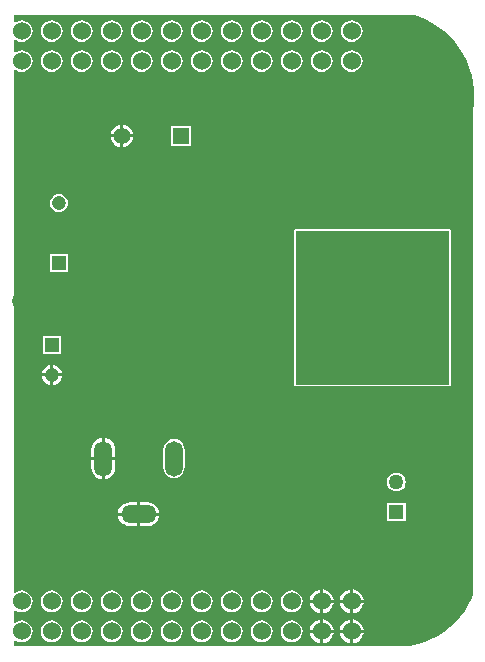
<source format=gbl>
G04*
G04 #@! TF.GenerationSoftware,Altium Limited,Altium Designer,23.6.0 (18)*
G04*
G04 Layer_Physical_Order=2*
G04 Layer_Color=16711680*
%FSLAX44Y44*%
%MOMM*%
G71*
G04*
G04 #@! TF.SameCoordinates,5EE9EB4A-2ACB-4C3E-BE2F-BD42E06AEEC1*
G04*
G04*
G04 #@! TF.FilePolarity,Positive*
G04*
G01*
G75*
%ADD50R,1.2700X1.2700*%
%ADD51C,1.2700*%
%ADD63C,1.5240*%
%ADD64C,1.2060*%
%ADD65R,1.2060X1.2060*%
%ADD66O,1.5000X3.0000*%
%ADD67C,1.4000*%
%ADD68R,1.4000X1.4000*%
%ADD69O,3.0000X1.5000*%
%ADD70C,0.9000*%
%ADD71C,1.0000*%
G36*
X345950Y539190D02*
X345950Y539191D01*
X348996Y538277D01*
X354898Y535910D01*
X360564Y533022D01*
X365947Y529637D01*
X371003Y525780D01*
X375692Y521485D01*
X379976Y516786D01*
X383820Y511720D01*
X387193Y506329D01*
X390067Y500656D01*
X392420Y494748D01*
X394232Y488653D01*
X395488Y482419D01*
X396178Y476097D01*
X396298Y469739D01*
X395845Y463396D01*
X395334Y460258D01*
X395334Y48422D01*
X395334Y48422D01*
X394207Y45532D01*
X391445Y39977D01*
X388195Y34693D01*
X384483Y29722D01*
X380341Y25105D01*
X375800Y20878D01*
X370898Y17075D01*
X365674Y13729D01*
X360171Y10865D01*
X354433Y8506D01*
X348507Y6673D01*
X342440Y5379D01*
X339360Y5006D01*
X6480Y5006D01*
Y9812D01*
X7750Y10439D01*
X8648Y9749D01*
X10867Y8830D01*
X13248Y8517D01*
X15629Y8830D01*
X17847Y9749D01*
X19752Y11211D01*
X21214Y13116D01*
X22133Y15335D01*
X22447Y17716D01*
X22133Y20096D01*
X21214Y22315D01*
X19752Y24220D01*
X17847Y25682D01*
X15629Y26601D01*
X13248Y26914D01*
X10867Y26601D01*
X8648Y25682D01*
X7750Y24992D01*
X6480Y25619D01*
Y35212D01*
X7750Y35839D01*
X8648Y35149D01*
X10867Y34230D01*
X13248Y33917D01*
X15629Y34230D01*
X17847Y35149D01*
X19752Y36611D01*
X21214Y38516D01*
X22133Y40735D01*
X22447Y43116D01*
X22133Y45496D01*
X21214Y47715D01*
X19752Y49620D01*
X17847Y51082D01*
X15629Y52001D01*
X13248Y52314D01*
X10867Y52001D01*
X8648Y51082D01*
X7750Y50392D01*
X6480Y51019D01*
X6480Y492577D01*
X7750Y493204D01*
X8640Y492520D01*
X10859Y491601D01*
X13240Y491288D01*
X15620Y491601D01*
X17839Y492520D01*
X19744Y493982D01*
X21206Y495887D01*
X22125Y498106D01*
X22438Y500487D01*
X22125Y502868D01*
X21206Y505086D01*
X19744Y506991D01*
X17839Y508453D01*
X15620Y509372D01*
X13240Y509685D01*
X10859Y509372D01*
X8640Y508453D01*
X7750Y507770D01*
X6480Y508396D01*
Y517977D01*
X7750Y518604D01*
X8640Y517920D01*
X10859Y517001D01*
X13240Y516688D01*
X15620Y517001D01*
X17839Y517920D01*
X19744Y519382D01*
X21206Y521287D01*
X22125Y523506D01*
X22438Y525887D01*
X22125Y528268D01*
X21206Y530486D01*
X19744Y532391D01*
X17839Y533853D01*
X15620Y534772D01*
X13240Y535085D01*
X10859Y534772D01*
X8640Y533853D01*
X7750Y533170D01*
X6480Y533796D01*
Y539190D01*
X345950Y539191D01*
X345950Y539190D01*
D02*
G37*
%LPC*%
G36*
X292640Y535085D02*
X290259Y534772D01*
X288040Y533853D01*
X286135Y532391D01*
X284673Y530486D01*
X283755Y528268D01*
X283441Y525887D01*
X283755Y523506D01*
X284673Y521287D01*
X286135Y519382D01*
X288040Y517920D01*
X290259Y517001D01*
X292640Y516688D01*
X295021Y517001D01*
X297239Y517920D01*
X299144Y519382D01*
X300606Y521287D01*
X301525Y523506D01*
X301838Y525887D01*
X301525Y528268D01*
X300606Y530486D01*
X299144Y532391D01*
X297239Y533853D01*
X295021Y534772D01*
X292640Y535085D01*
D02*
G37*
G36*
X267240D02*
X264859Y534772D01*
X262640Y533853D01*
X260735Y532391D01*
X259273Y530486D01*
X258354Y528268D01*
X258041Y525887D01*
X258354Y523506D01*
X259273Y521287D01*
X260735Y519382D01*
X262640Y517920D01*
X264859Y517001D01*
X267240Y516688D01*
X269620Y517001D01*
X271839Y517920D01*
X273744Y519382D01*
X275206Y521287D01*
X276125Y523506D01*
X276438Y525887D01*
X276125Y528268D01*
X275206Y530486D01*
X273744Y532391D01*
X271839Y533853D01*
X269620Y534772D01*
X267240Y535085D01*
D02*
G37*
G36*
X241840D02*
X239459Y534772D01*
X237240Y533853D01*
X235335Y532391D01*
X233873Y530486D01*
X232955Y528268D01*
X232641Y525887D01*
X232955Y523506D01*
X233873Y521287D01*
X235335Y519382D01*
X237240Y517920D01*
X239459Y517001D01*
X241840Y516688D01*
X244221Y517001D01*
X246439Y517920D01*
X248344Y519382D01*
X249806Y521287D01*
X250725Y523506D01*
X251038Y525887D01*
X250725Y528268D01*
X249806Y530486D01*
X248344Y532391D01*
X246439Y533853D01*
X244221Y534772D01*
X241840Y535085D01*
D02*
G37*
G36*
X216440D02*
X214059Y534772D01*
X211840Y533853D01*
X209935Y532391D01*
X208473Y530486D01*
X207554Y528268D01*
X207241Y525887D01*
X207554Y523506D01*
X208473Y521287D01*
X209935Y519382D01*
X211840Y517920D01*
X214059Y517001D01*
X216440Y516688D01*
X218820Y517001D01*
X221039Y517920D01*
X222944Y519382D01*
X224406Y521287D01*
X225325Y523506D01*
X225638Y525887D01*
X225325Y528268D01*
X224406Y530486D01*
X222944Y532391D01*
X221039Y533853D01*
X218820Y534772D01*
X216440Y535085D01*
D02*
G37*
G36*
X191040D02*
X188659Y534772D01*
X186440Y533853D01*
X184535Y532391D01*
X183073Y530486D01*
X182155Y528268D01*
X181841Y525887D01*
X182155Y523506D01*
X183073Y521287D01*
X184535Y519382D01*
X186440Y517920D01*
X188659Y517001D01*
X191040Y516688D01*
X193421Y517001D01*
X195639Y517920D01*
X197544Y519382D01*
X199006Y521287D01*
X199925Y523506D01*
X200238Y525887D01*
X199925Y528268D01*
X199006Y530486D01*
X197544Y532391D01*
X195639Y533853D01*
X193421Y534772D01*
X191040Y535085D01*
D02*
G37*
G36*
X165640D02*
X163259Y534772D01*
X161040Y533853D01*
X159135Y532391D01*
X157673Y530486D01*
X156755Y528268D01*
X156441Y525887D01*
X156755Y523506D01*
X157673Y521287D01*
X159135Y519382D01*
X161040Y517920D01*
X163259Y517001D01*
X165640Y516688D01*
X168020Y517001D01*
X170239Y517920D01*
X172144Y519382D01*
X173606Y521287D01*
X174525Y523506D01*
X174838Y525887D01*
X174525Y528268D01*
X173606Y530486D01*
X172144Y532391D01*
X170239Y533853D01*
X168020Y534772D01*
X165640Y535085D01*
D02*
G37*
G36*
X140240D02*
X137859Y534772D01*
X135640Y533853D01*
X133735Y532391D01*
X132273Y530486D01*
X131355Y528268D01*
X131041Y525887D01*
X131355Y523506D01*
X132273Y521287D01*
X133735Y519382D01*
X135640Y517920D01*
X137859Y517001D01*
X140240Y516688D01*
X142620Y517001D01*
X144839Y517920D01*
X146744Y519382D01*
X148206Y521287D01*
X149125Y523506D01*
X149438Y525887D01*
X149125Y528268D01*
X148206Y530486D01*
X146744Y532391D01*
X144839Y533853D01*
X142620Y534772D01*
X140240Y535085D01*
D02*
G37*
G36*
X114840D02*
X112459Y534772D01*
X110240Y533853D01*
X108335Y532391D01*
X106873Y530486D01*
X105955Y528268D01*
X105641Y525887D01*
X105955Y523506D01*
X106873Y521287D01*
X108335Y519382D01*
X110240Y517920D01*
X112459Y517001D01*
X114840Y516688D01*
X117220Y517001D01*
X119439Y517920D01*
X121344Y519382D01*
X122806Y521287D01*
X123725Y523506D01*
X124038Y525887D01*
X123725Y528268D01*
X122806Y530486D01*
X121344Y532391D01*
X119439Y533853D01*
X117220Y534772D01*
X114840Y535085D01*
D02*
G37*
G36*
X89440D02*
X87059Y534772D01*
X84840Y533853D01*
X82935Y532391D01*
X81473Y530486D01*
X80555Y528268D01*
X80241Y525887D01*
X80555Y523506D01*
X81473Y521287D01*
X82935Y519382D01*
X84840Y517920D01*
X87059Y517001D01*
X89440Y516688D01*
X91820Y517001D01*
X94039Y517920D01*
X95944Y519382D01*
X97406Y521287D01*
X98325Y523506D01*
X98638Y525887D01*
X98325Y528268D01*
X97406Y530486D01*
X95944Y532391D01*
X94039Y533853D01*
X91820Y534772D01*
X89440Y535085D01*
D02*
G37*
G36*
X64040D02*
X61659Y534772D01*
X59440Y533853D01*
X57535Y532391D01*
X56073Y530486D01*
X55155Y528268D01*
X54841Y525887D01*
X55155Y523506D01*
X56073Y521287D01*
X57535Y519382D01*
X59440Y517920D01*
X61659Y517001D01*
X64040Y516688D01*
X66420Y517001D01*
X68639Y517920D01*
X70544Y519382D01*
X72006Y521287D01*
X72925Y523506D01*
X73238Y525887D01*
X72925Y528268D01*
X72006Y530486D01*
X70544Y532391D01*
X68639Y533853D01*
X66420Y534772D01*
X64040Y535085D01*
D02*
G37*
G36*
X38640D02*
X36259Y534772D01*
X34040Y533853D01*
X32135Y532391D01*
X30673Y530486D01*
X29755Y528268D01*
X29441Y525887D01*
X29755Y523506D01*
X30673Y521287D01*
X32135Y519382D01*
X34040Y517920D01*
X36259Y517001D01*
X38640Y516688D01*
X41020Y517001D01*
X43239Y517920D01*
X45144Y519382D01*
X46606Y521287D01*
X47525Y523506D01*
X47838Y525887D01*
X47525Y528268D01*
X46606Y530486D01*
X45144Y532391D01*
X43239Y533853D01*
X41020Y534772D01*
X38640Y535085D01*
D02*
G37*
G36*
X292640Y509685D02*
X290259Y509372D01*
X288040Y508453D01*
X286135Y506991D01*
X284673Y505086D01*
X283755Y502868D01*
X283441Y500487D01*
X283755Y498106D01*
X284673Y495887D01*
X286135Y493982D01*
X288040Y492520D01*
X290259Y491601D01*
X292640Y491288D01*
X295021Y491601D01*
X297239Y492520D01*
X299144Y493982D01*
X300606Y495887D01*
X301525Y498106D01*
X301838Y500487D01*
X301525Y502868D01*
X300606Y505086D01*
X299144Y506991D01*
X297239Y508453D01*
X295021Y509372D01*
X292640Y509685D01*
D02*
G37*
G36*
X267240D02*
X264859Y509372D01*
X262640Y508453D01*
X260735Y506991D01*
X259273Y505086D01*
X258354Y502868D01*
X258041Y500487D01*
X258354Y498106D01*
X259273Y495887D01*
X260735Y493982D01*
X262640Y492520D01*
X264859Y491601D01*
X267240Y491288D01*
X269620Y491601D01*
X271839Y492520D01*
X273744Y493982D01*
X275206Y495887D01*
X276125Y498106D01*
X276438Y500487D01*
X276125Y502868D01*
X275206Y505086D01*
X273744Y506991D01*
X271839Y508453D01*
X269620Y509372D01*
X267240Y509685D01*
D02*
G37*
G36*
X241840D02*
X239459Y509372D01*
X237240Y508453D01*
X235335Y506991D01*
X233873Y505086D01*
X232955Y502868D01*
X232641Y500487D01*
X232955Y498106D01*
X233873Y495887D01*
X235335Y493982D01*
X237240Y492520D01*
X239459Y491601D01*
X241840Y491288D01*
X244221Y491601D01*
X246439Y492520D01*
X248344Y493982D01*
X249806Y495887D01*
X250725Y498106D01*
X251038Y500487D01*
X250725Y502868D01*
X249806Y505086D01*
X248344Y506991D01*
X246439Y508453D01*
X244221Y509372D01*
X241840Y509685D01*
D02*
G37*
G36*
X216440D02*
X214059Y509372D01*
X211840Y508453D01*
X209935Y506991D01*
X208473Y505086D01*
X207554Y502868D01*
X207241Y500487D01*
X207554Y498106D01*
X208473Y495887D01*
X209935Y493982D01*
X211840Y492520D01*
X214059Y491601D01*
X216440Y491288D01*
X218820Y491601D01*
X221039Y492520D01*
X222944Y493982D01*
X224406Y495887D01*
X225325Y498106D01*
X225638Y500487D01*
X225325Y502868D01*
X224406Y505086D01*
X222944Y506991D01*
X221039Y508453D01*
X218820Y509372D01*
X216440Y509685D01*
D02*
G37*
G36*
X191040D02*
X188659Y509372D01*
X186440Y508453D01*
X184535Y506991D01*
X183073Y505086D01*
X182155Y502868D01*
X181841Y500487D01*
X182155Y498106D01*
X183073Y495887D01*
X184535Y493982D01*
X186440Y492520D01*
X188659Y491601D01*
X191040Y491288D01*
X193421Y491601D01*
X195639Y492520D01*
X197544Y493982D01*
X199006Y495887D01*
X199925Y498106D01*
X200238Y500487D01*
X199925Y502868D01*
X199006Y505086D01*
X197544Y506991D01*
X195639Y508453D01*
X193421Y509372D01*
X191040Y509685D01*
D02*
G37*
G36*
X165640D02*
X163259Y509372D01*
X161040Y508453D01*
X159135Y506991D01*
X157673Y505086D01*
X156755Y502868D01*
X156441Y500487D01*
X156755Y498106D01*
X157673Y495887D01*
X159135Y493982D01*
X161040Y492520D01*
X163259Y491601D01*
X165640Y491288D01*
X168020Y491601D01*
X170239Y492520D01*
X172144Y493982D01*
X173606Y495887D01*
X174525Y498106D01*
X174838Y500487D01*
X174525Y502868D01*
X173606Y505086D01*
X172144Y506991D01*
X170239Y508453D01*
X168020Y509372D01*
X165640Y509685D01*
D02*
G37*
G36*
X140240D02*
X137859Y509372D01*
X135640Y508453D01*
X133735Y506991D01*
X132273Y505086D01*
X131355Y502868D01*
X131041Y500487D01*
X131355Y498106D01*
X132273Y495887D01*
X133735Y493982D01*
X135640Y492520D01*
X137859Y491601D01*
X140240Y491288D01*
X142620Y491601D01*
X144839Y492520D01*
X146744Y493982D01*
X148206Y495887D01*
X149125Y498106D01*
X149438Y500487D01*
X149125Y502868D01*
X148206Y505086D01*
X146744Y506991D01*
X144839Y508453D01*
X142620Y509372D01*
X140240Y509685D01*
D02*
G37*
G36*
X114840D02*
X112459Y509372D01*
X110240Y508453D01*
X108335Y506991D01*
X106873Y505086D01*
X105955Y502868D01*
X105641Y500487D01*
X105955Y498106D01*
X106873Y495887D01*
X108335Y493982D01*
X110240Y492520D01*
X112459Y491601D01*
X114840Y491288D01*
X117220Y491601D01*
X119439Y492520D01*
X121344Y493982D01*
X122806Y495887D01*
X123725Y498106D01*
X124038Y500487D01*
X123725Y502868D01*
X122806Y505086D01*
X121344Y506991D01*
X119439Y508453D01*
X117220Y509372D01*
X114840Y509685D01*
D02*
G37*
G36*
X89440D02*
X87059Y509372D01*
X84840Y508453D01*
X82935Y506991D01*
X81473Y505086D01*
X80555Y502868D01*
X80241Y500487D01*
X80555Y498106D01*
X81473Y495887D01*
X82935Y493982D01*
X84840Y492520D01*
X87059Y491601D01*
X89440Y491288D01*
X91820Y491601D01*
X94039Y492520D01*
X95944Y493982D01*
X97406Y495887D01*
X98325Y498106D01*
X98638Y500487D01*
X98325Y502868D01*
X97406Y505086D01*
X95944Y506991D01*
X94039Y508453D01*
X91820Y509372D01*
X89440Y509685D01*
D02*
G37*
G36*
X64040D02*
X61659Y509372D01*
X59440Y508453D01*
X57535Y506991D01*
X56073Y505086D01*
X55155Y502868D01*
X54841Y500487D01*
X55155Y498106D01*
X56073Y495887D01*
X57535Y493982D01*
X59440Y492520D01*
X61659Y491601D01*
X64040Y491288D01*
X66420Y491601D01*
X68639Y492520D01*
X70544Y493982D01*
X72006Y495887D01*
X72925Y498106D01*
X73238Y500487D01*
X72925Y502868D01*
X72006Y505086D01*
X70544Y506991D01*
X68639Y508453D01*
X66420Y509372D01*
X64040Y509685D01*
D02*
G37*
G36*
X38640D02*
X36259Y509372D01*
X34040Y508453D01*
X32135Y506991D01*
X30673Y505086D01*
X29755Y502868D01*
X29441Y500487D01*
X29755Y498106D01*
X30673Y495887D01*
X32135Y493982D01*
X34040Y492520D01*
X36259Y491601D01*
X38640Y491288D01*
X41020Y491601D01*
X43239Y492520D01*
X45144Y493982D01*
X46606Y495887D01*
X47525Y498106D01*
X47838Y500487D01*
X47525Y502868D01*
X46606Y505086D01*
X45144Y506991D01*
X43239Y508453D01*
X41020Y509372D01*
X38640Y509685D01*
D02*
G37*
G36*
X99272Y446666D02*
Y438482D01*
X107458D01*
X107297Y439702D01*
X106336Y442023D01*
X104807Y444015D01*
X102814Y445545D01*
X100493Y446506D01*
X99272Y446666D01*
D02*
G37*
G36*
X96733Y446666D02*
X95512Y446506D01*
X93191Y445545D01*
X91199Y444015D01*
X89670Y442023D01*
X88708Y439702D01*
X88548Y438482D01*
X96733D01*
Y446666D01*
D02*
G37*
G36*
X156503Y445711D02*
X139503D01*
Y428711D01*
X156503D01*
Y445711D01*
D02*
G37*
G36*
X96733Y435942D02*
X88547D01*
X88708Y434721D01*
X89670Y432400D01*
X91199Y430407D01*
X93191Y428878D01*
X95512Y427917D01*
X96733Y427756D01*
Y435942D01*
D02*
G37*
G36*
X107458D02*
X99272D01*
Y427756D01*
X100493Y427917D01*
X102814Y428878D01*
X104807Y430407D01*
X106336Y432400D01*
X107297Y434721D01*
X107458Y435942D01*
D02*
G37*
G36*
X44809Y387821D02*
X42843Y387563D01*
X41011Y386804D01*
X39438Y385597D01*
X38231Y384024D01*
X37472Y382192D01*
X37213Y380227D01*
X37472Y378261D01*
X38231Y376429D01*
X39438Y374856D01*
X41011Y373649D01*
X42843Y372890D01*
X44809Y372631D01*
X46774Y372890D01*
X48606Y373649D01*
X50179Y374856D01*
X51386Y376429D01*
X52145Y378261D01*
X52403Y380227D01*
X52145Y382192D01*
X51386Y384024D01*
X50179Y385597D01*
X48606Y386804D01*
X46774Y387563D01*
X44809Y387821D01*
D02*
G37*
G36*
X52339Y336956D02*
X37278D01*
Y321897D01*
X52339D01*
Y336956D01*
D02*
G37*
G36*
X46287Y267401D02*
X31227D01*
Y252341D01*
X46287D01*
Y267401D01*
D02*
G37*
G36*
X40027Y243347D02*
Y236140D01*
X47234D01*
X47107Y237108D01*
X46243Y239192D01*
X44869Y240983D01*
X43079Y242356D01*
X40994Y243220D01*
X40027Y243347D01*
D02*
G37*
G36*
X37487D02*
X36520Y243220D01*
X34435Y242356D01*
X32645Y240983D01*
X31271Y239192D01*
X30408Y237108D01*
X30280Y236140D01*
X37487D01*
Y243347D01*
D02*
G37*
G36*
X47234Y233600D02*
X40027D01*
Y226394D01*
X40994Y226521D01*
X43079Y227385D01*
X44869Y228758D01*
X46243Y230548D01*
X47107Y232633D01*
X47234Y233600D01*
D02*
G37*
G36*
X37487D02*
X30280D01*
X30408Y232633D01*
X31271Y230548D01*
X32645Y228758D01*
X34435Y227385D01*
X36520Y226521D01*
X37487Y226394D01*
Y233600D01*
D02*
G37*
G36*
X375327Y358166D02*
X245327D01*
X244179Y357691D01*
X244179Y357691D01*
X243704Y356543D01*
X243702Y226543D01*
X244167Y225420D01*
X244178Y225395D01*
X245326Y224919D01*
X245326Y224919D01*
X375327D01*
X376475Y225395D01*
X376951Y226543D01*
Y356543D01*
X376475Y357691D01*
X375327Y358166D01*
D02*
G37*
G36*
X83585Y181304D02*
Y165114D01*
X92442D01*
Y171344D01*
X92097Y173965D01*
X91085Y176408D01*
X89476Y178505D01*
X87379Y180114D01*
X84936Y181126D01*
X83585Y181304D01*
D02*
G37*
G36*
X81045Y181304D02*
X79694Y181126D01*
X77252Y180114D01*
X75155Y178505D01*
X73545Y176408D01*
X72534Y173965D01*
X72189Y171344D01*
Y165114D01*
X81045D01*
Y181304D01*
D02*
G37*
G36*
X142315Y180422D02*
X139966Y180113D01*
X137776Y179206D01*
X135896Y177763D01*
X134454Y175883D01*
X133547Y173694D01*
X133237Y171344D01*
Y156344D01*
X133547Y153995D01*
X134454Y151806D01*
X135896Y149926D01*
X137776Y148483D01*
X139966Y147576D01*
X142315Y147267D01*
X144664Y147576D01*
X146854Y148483D01*
X148734Y149926D01*
X150176Y151806D01*
X151083Y153995D01*
X151393Y156344D01*
Y171344D01*
X151083Y173694D01*
X150176Y175883D01*
X148734Y177763D01*
X146854Y179206D01*
X144664Y180113D01*
X142315Y180422D01*
D02*
G37*
G36*
X92442Y162575D02*
X83585D01*
Y146385D01*
X84936Y146563D01*
X87379Y147575D01*
X89476Y149184D01*
X91085Y151281D01*
X92097Y153723D01*
X92442Y156344D01*
Y162575D01*
D02*
G37*
G36*
X81045D02*
X72189D01*
Y156344D01*
X72534Y153723D01*
X73545Y151281D01*
X75155Y149184D01*
X77252Y147575D01*
X79694Y146563D01*
X81045Y146385D01*
Y162575D01*
D02*
G37*
G36*
X330536Y152039D02*
X328487Y151769D01*
X326577Y150978D01*
X324937Y149720D01*
X323679Y148080D01*
X322888Y146171D01*
X322618Y144122D01*
X322888Y142072D01*
X323679Y140163D01*
X324937Y138523D01*
X326577Y137264D01*
X328487Y136474D01*
X330536Y136204D01*
X332585Y136474D01*
X334495Y137264D01*
X336134Y138523D01*
X337393Y140163D01*
X338184Y142072D01*
X338453Y144122D01*
X338184Y146171D01*
X337393Y148080D01*
X336134Y149720D01*
X334495Y150978D01*
X332585Y151769D01*
X330536Y152039D01*
D02*
G37*
G36*
X119815Y126971D02*
X113585D01*
Y118114D01*
X129775D01*
X129597Y119465D01*
X128585Y121908D01*
X126976Y124005D01*
X124878Y125614D01*
X122436Y126626D01*
X119815Y126971D01*
D02*
G37*
G36*
X111045D02*
X104815D01*
X102194Y126626D01*
X99752Y125614D01*
X97654Y124005D01*
X96045Y121908D01*
X95034Y119465D01*
X94856Y118114D01*
X111045D01*
Y126971D01*
D02*
G37*
G36*
X338386Y126572D02*
X322686D01*
Y110871D01*
X338386D01*
Y126572D01*
D02*
G37*
G36*
X129775Y115574D02*
X113585D01*
Y106718D01*
X119815D01*
X122436Y107063D01*
X124878Y108074D01*
X126976Y109684D01*
X128585Y111781D01*
X129597Y114223D01*
X129775Y115574D01*
D02*
G37*
G36*
X111045D02*
X94856D01*
X95034Y114223D01*
X96045Y111781D01*
X97654Y109684D01*
X99752Y108074D01*
X102194Y107063D01*
X104815Y106718D01*
X111045D01*
Y115574D01*
D02*
G37*
G36*
X268518Y53196D02*
Y44385D01*
X277328D01*
X277146Y45768D01*
X276123Y48239D01*
X274494Y50362D01*
X272372Y51990D01*
X269900Y53014D01*
X268518Y53196D01*
D02*
G37*
G36*
X293918D02*
Y44385D01*
X302728D01*
X302546Y45768D01*
X301523Y48239D01*
X299894Y50362D01*
X297772Y51990D01*
X295300Y53014D01*
X293918Y53196D01*
D02*
G37*
G36*
X265978D02*
X264596Y53014D01*
X262124Y51990D01*
X260002Y50362D01*
X258373Y48239D01*
X257349Y45768D01*
X257167Y44385D01*
X265978D01*
Y53196D01*
D02*
G37*
G36*
X291378D02*
X289996Y53014D01*
X287524Y51990D01*
X285402Y50362D01*
X283773Y48239D01*
X282749Y45768D01*
X282567Y44385D01*
X291378D01*
Y53196D01*
D02*
G37*
G36*
X241848Y52314D02*
X239467Y52001D01*
X237248Y51082D01*
X235343Y49620D01*
X233882Y47715D01*
X232963Y45496D01*
X232649Y43116D01*
X232963Y40735D01*
X233882Y38516D01*
X235343Y36611D01*
X237248Y35149D01*
X239467Y34230D01*
X241848Y33917D01*
X244229Y34230D01*
X246447Y35149D01*
X248352Y36611D01*
X249814Y38516D01*
X250733Y40735D01*
X251047Y43116D01*
X250733Y45496D01*
X249814Y47715D01*
X248352Y49620D01*
X246447Y51082D01*
X244229Y52001D01*
X241848Y52314D01*
D02*
G37*
G36*
X216448D02*
X214067Y52001D01*
X211849Y51082D01*
X209943Y49620D01*
X208482Y47715D01*
X207563Y45496D01*
X207249Y43116D01*
X207563Y40735D01*
X208482Y38516D01*
X209943Y36611D01*
X211849Y35149D01*
X214067Y34230D01*
X216448Y33917D01*
X218829Y34230D01*
X221047Y35149D01*
X222952Y36611D01*
X224414Y38516D01*
X225333Y40735D01*
X225647Y43116D01*
X225333Y45496D01*
X224414Y47715D01*
X222952Y49620D01*
X221047Y51082D01*
X218829Y52001D01*
X216448Y52314D01*
D02*
G37*
G36*
X191048D02*
X188667Y52001D01*
X186448Y51082D01*
X184543Y49620D01*
X183082Y47715D01*
X182163Y45496D01*
X181849Y43116D01*
X182163Y40735D01*
X183082Y38516D01*
X184543Y36611D01*
X186448Y35149D01*
X188667Y34230D01*
X191048Y33917D01*
X193429Y34230D01*
X195647Y35149D01*
X197552Y36611D01*
X199014Y38516D01*
X199933Y40735D01*
X200247Y43116D01*
X199933Y45496D01*
X199014Y47715D01*
X197552Y49620D01*
X195647Y51082D01*
X193429Y52001D01*
X191048Y52314D01*
D02*
G37*
G36*
X165648D02*
X163267Y52001D01*
X161049Y51082D01*
X159143Y49620D01*
X157682Y47715D01*
X156763Y45496D01*
X156449Y43116D01*
X156763Y40735D01*
X157682Y38516D01*
X159143Y36611D01*
X161049Y35149D01*
X163267Y34230D01*
X165648Y33917D01*
X168029Y34230D01*
X170247Y35149D01*
X172152Y36611D01*
X173614Y38516D01*
X174533Y40735D01*
X174847Y43116D01*
X174533Y45496D01*
X173614Y47715D01*
X172152Y49620D01*
X170247Y51082D01*
X168029Y52001D01*
X165648Y52314D01*
D02*
G37*
G36*
X140248D02*
X137867Y52001D01*
X135648Y51082D01*
X133743Y49620D01*
X132282Y47715D01*
X131363Y45496D01*
X131049Y43116D01*
X131363Y40735D01*
X132282Y38516D01*
X133743Y36611D01*
X135648Y35149D01*
X137867Y34230D01*
X140248Y33917D01*
X142629Y34230D01*
X144847Y35149D01*
X146752Y36611D01*
X148214Y38516D01*
X149133Y40735D01*
X149447Y43116D01*
X149133Y45496D01*
X148214Y47715D01*
X146752Y49620D01*
X144847Y51082D01*
X142629Y52001D01*
X140248Y52314D01*
D02*
G37*
G36*
X114848D02*
X112467Y52001D01*
X110248Y51082D01*
X108343Y49620D01*
X106882Y47715D01*
X105963Y45496D01*
X105649Y43116D01*
X105963Y40735D01*
X106882Y38516D01*
X108343Y36611D01*
X110248Y35149D01*
X112467Y34230D01*
X114848Y33917D01*
X117229Y34230D01*
X119447Y35149D01*
X121352Y36611D01*
X122814Y38516D01*
X123733Y40735D01*
X124047Y43116D01*
X123733Y45496D01*
X122814Y47715D01*
X121352Y49620D01*
X119447Y51082D01*
X117229Y52001D01*
X114848Y52314D01*
D02*
G37*
G36*
X89448D02*
X87067Y52001D01*
X84848Y51082D01*
X82943Y49620D01*
X81482Y47715D01*
X80563Y45496D01*
X80249Y43116D01*
X80563Y40735D01*
X81482Y38516D01*
X82943Y36611D01*
X84848Y35149D01*
X87067Y34230D01*
X89448Y33917D01*
X91829Y34230D01*
X94047Y35149D01*
X95952Y36611D01*
X97414Y38516D01*
X98333Y40735D01*
X98647Y43116D01*
X98333Y45496D01*
X97414Y47715D01*
X95952Y49620D01*
X94047Y51082D01*
X91829Y52001D01*
X89448Y52314D01*
D02*
G37*
G36*
X64048D02*
X61667Y52001D01*
X59448Y51082D01*
X57543Y49620D01*
X56082Y47715D01*
X55163Y45496D01*
X54849Y43116D01*
X55163Y40735D01*
X56082Y38516D01*
X57543Y36611D01*
X59448Y35149D01*
X61667Y34230D01*
X64048Y33917D01*
X66429Y34230D01*
X68647Y35149D01*
X70552Y36611D01*
X72014Y38516D01*
X72933Y40735D01*
X73247Y43116D01*
X72933Y45496D01*
X72014Y47715D01*
X70552Y49620D01*
X68647Y51082D01*
X66429Y52001D01*
X64048Y52314D01*
D02*
G37*
G36*
X38648D02*
X36267Y52001D01*
X34049Y51082D01*
X32143Y49620D01*
X30682Y47715D01*
X29763Y45496D01*
X29449Y43116D01*
X29763Y40735D01*
X30682Y38516D01*
X32143Y36611D01*
X34049Y35149D01*
X36267Y34230D01*
X38648Y33917D01*
X41029Y34230D01*
X43247Y35149D01*
X45152Y36611D01*
X46614Y38516D01*
X47533Y40735D01*
X47847Y43116D01*
X47533Y45496D01*
X46614Y47715D01*
X45152Y49620D01*
X43247Y51082D01*
X41029Y52001D01*
X38648Y52314D01*
D02*
G37*
G36*
X302728Y41845D02*
X293918D01*
Y33035D01*
X295300Y33217D01*
X297772Y34241D01*
X299894Y35869D01*
X301523Y37992D01*
X302546Y40463D01*
X302728Y41845D01*
D02*
G37*
G36*
X277328D02*
X268518D01*
Y33035D01*
X269900Y33217D01*
X272372Y34241D01*
X274494Y35869D01*
X276123Y37992D01*
X277146Y40463D01*
X277328Y41845D01*
D02*
G37*
G36*
X291378D02*
X282567D01*
X282749Y40463D01*
X283773Y37992D01*
X285402Y35869D01*
X287524Y34241D01*
X289996Y33217D01*
X291378Y33035D01*
Y41845D01*
D02*
G37*
G36*
X265978D02*
X257167D01*
X257349Y40463D01*
X258373Y37992D01*
X260002Y35869D01*
X262124Y34241D01*
X264596Y33217D01*
X265978Y33035D01*
Y41845D01*
D02*
G37*
G36*
X268518Y27796D02*
Y18986D01*
X277328D01*
X277146Y20368D01*
X276123Y22839D01*
X274494Y24962D01*
X272372Y26590D01*
X269900Y27614D01*
X268518Y27796D01*
D02*
G37*
G36*
X293918D02*
Y18986D01*
X302728D01*
X302546Y20368D01*
X301523Y22839D01*
X299894Y24962D01*
X297772Y26590D01*
X295300Y27614D01*
X293918Y27796D01*
D02*
G37*
G36*
X265978D02*
X264596Y27614D01*
X262124Y26590D01*
X260002Y24962D01*
X258373Y22839D01*
X257349Y20368D01*
X257167Y18986D01*
X265978D01*
Y27796D01*
D02*
G37*
G36*
X291378D02*
X289996Y27614D01*
X287524Y26590D01*
X285402Y24962D01*
X283773Y22839D01*
X282749Y20368D01*
X282567Y18986D01*
X291378D01*
Y27796D01*
D02*
G37*
G36*
X241848Y26914D02*
X239467Y26601D01*
X237248Y25682D01*
X235343Y24220D01*
X233882Y22315D01*
X232963Y20096D01*
X232649Y17716D01*
X232963Y15335D01*
X233882Y13116D01*
X235343Y11211D01*
X237248Y9749D01*
X239467Y8830D01*
X241848Y8517D01*
X244229Y8830D01*
X246447Y9749D01*
X248352Y11211D01*
X249814Y13116D01*
X250733Y15335D01*
X251047Y17716D01*
X250733Y20096D01*
X249814Y22315D01*
X248352Y24220D01*
X246447Y25682D01*
X244229Y26601D01*
X241848Y26914D01*
D02*
G37*
G36*
X216448D02*
X214067Y26601D01*
X211849Y25682D01*
X209943Y24220D01*
X208482Y22315D01*
X207563Y20096D01*
X207249Y17716D01*
X207563Y15335D01*
X208482Y13116D01*
X209943Y11211D01*
X211849Y9749D01*
X214067Y8830D01*
X216448Y8517D01*
X218829Y8830D01*
X221047Y9749D01*
X222952Y11211D01*
X224414Y13116D01*
X225333Y15335D01*
X225647Y17716D01*
X225333Y20096D01*
X224414Y22315D01*
X222952Y24220D01*
X221047Y25682D01*
X218829Y26601D01*
X216448Y26914D01*
D02*
G37*
G36*
X191048D02*
X188667Y26601D01*
X186448Y25682D01*
X184543Y24220D01*
X183082Y22315D01*
X182163Y20096D01*
X181849Y17716D01*
X182163Y15335D01*
X183082Y13116D01*
X184543Y11211D01*
X186448Y9749D01*
X188667Y8830D01*
X191048Y8517D01*
X193429Y8830D01*
X195647Y9749D01*
X197552Y11211D01*
X199014Y13116D01*
X199933Y15335D01*
X200247Y17716D01*
X199933Y20096D01*
X199014Y22315D01*
X197552Y24220D01*
X195647Y25682D01*
X193429Y26601D01*
X191048Y26914D01*
D02*
G37*
G36*
X165648D02*
X163267Y26601D01*
X161049Y25682D01*
X159143Y24220D01*
X157682Y22315D01*
X156763Y20096D01*
X156449Y17716D01*
X156763Y15335D01*
X157682Y13116D01*
X159143Y11211D01*
X161049Y9749D01*
X163267Y8830D01*
X165648Y8517D01*
X168029Y8830D01*
X170247Y9749D01*
X172152Y11211D01*
X173614Y13116D01*
X174533Y15335D01*
X174847Y17716D01*
X174533Y20096D01*
X173614Y22315D01*
X172152Y24220D01*
X170247Y25682D01*
X168029Y26601D01*
X165648Y26914D01*
D02*
G37*
G36*
X140248D02*
X137867Y26601D01*
X135648Y25682D01*
X133743Y24220D01*
X132282Y22315D01*
X131363Y20096D01*
X131049Y17716D01*
X131363Y15335D01*
X132282Y13116D01*
X133743Y11211D01*
X135648Y9749D01*
X137867Y8830D01*
X140248Y8517D01*
X142629Y8830D01*
X144847Y9749D01*
X146752Y11211D01*
X148214Y13116D01*
X149133Y15335D01*
X149447Y17716D01*
X149133Y20096D01*
X148214Y22315D01*
X146752Y24220D01*
X144847Y25682D01*
X142629Y26601D01*
X140248Y26914D01*
D02*
G37*
G36*
X114848D02*
X112467Y26601D01*
X110248Y25682D01*
X108343Y24220D01*
X106882Y22315D01*
X105963Y20096D01*
X105649Y17716D01*
X105963Y15335D01*
X106882Y13116D01*
X108343Y11211D01*
X110248Y9749D01*
X112467Y8830D01*
X114848Y8517D01*
X117229Y8830D01*
X119447Y9749D01*
X121352Y11211D01*
X122814Y13116D01*
X123733Y15335D01*
X124047Y17716D01*
X123733Y20096D01*
X122814Y22315D01*
X121352Y24220D01*
X119447Y25682D01*
X117229Y26601D01*
X114848Y26914D01*
D02*
G37*
G36*
X89448D02*
X87067Y26601D01*
X84848Y25682D01*
X82943Y24220D01*
X81482Y22315D01*
X80563Y20096D01*
X80249Y17716D01*
X80563Y15335D01*
X81482Y13116D01*
X82943Y11211D01*
X84848Y9749D01*
X87067Y8830D01*
X89448Y8517D01*
X91829Y8830D01*
X94047Y9749D01*
X95952Y11211D01*
X97414Y13116D01*
X98333Y15335D01*
X98647Y17716D01*
X98333Y20096D01*
X97414Y22315D01*
X95952Y24220D01*
X94047Y25682D01*
X91829Y26601D01*
X89448Y26914D01*
D02*
G37*
G36*
X64048D02*
X61667Y26601D01*
X59448Y25682D01*
X57543Y24220D01*
X56082Y22315D01*
X55163Y20096D01*
X54849Y17716D01*
X55163Y15335D01*
X56082Y13116D01*
X57543Y11211D01*
X59448Y9749D01*
X61667Y8830D01*
X64048Y8517D01*
X66429Y8830D01*
X68647Y9749D01*
X70552Y11211D01*
X72014Y13116D01*
X72933Y15335D01*
X73247Y17716D01*
X72933Y20096D01*
X72014Y22315D01*
X70552Y24220D01*
X68647Y25682D01*
X66429Y26601D01*
X64048Y26914D01*
D02*
G37*
G36*
X38648D02*
X36267Y26601D01*
X34049Y25682D01*
X32143Y24220D01*
X30682Y22315D01*
X29763Y20096D01*
X29449Y17716D01*
X29763Y15335D01*
X30682Y13116D01*
X32143Y11211D01*
X34049Y9749D01*
X36267Y8830D01*
X38648Y8517D01*
X41029Y8830D01*
X43247Y9749D01*
X45152Y11211D01*
X46614Y13116D01*
X47533Y15335D01*
X47847Y17716D01*
X47533Y20096D01*
X46614Y22315D01*
X45152Y24220D01*
X43247Y25682D01*
X41029Y26601D01*
X38648Y26914D01*
D02*
G37*
G36*
X302728Y16445D02*
X293918D01*
Y7635D01*
X295300Y7817D01*
X297772Y8841D01*
X299894Y10469D01*
X301523Y12592D01*
X302546Y15063D01*
X302728Y16445D01*
D02*
G37*
G36*
X277328D02*
X268518D01*
Y7635D01*
X269900Y7817D01*
X272372Y8841D01*
X274494Y10469D01*
X276123Y12592D01*
X277146Y15063D01*
X277328Y16445D01*
D02*
G37*
G36*
X291378D02*
X282567D01*
X282749Y15063D01*
X283773Y12592D01*
X285402Y10469D01*
X287524Y8841D01*
X289996Y7817D01*
X291378Y7635D01*
Y16445D01*
D02*
G37*
G36*
X265978D02*
X257167D01*
X257349Y15063D01*
X258373Y12592D01*
X260002Y10469D01*
X262124Y8841D01*
X264596Y7817D01*
X265978Y7635D01*
Y16445D01*
D02*
G37*
%LPD*%
G36*
X375327Y226543D02*
X245326D01*
X245327Y356543D01*
X375327D01*
Y226543D01*
D02*
G37*
D50*
X330536Y118722D02*
D03*
D51*
Y144122D02*
D03*
X21623Y81145D02*
D03*
X227581Y471302D02*
D03*
X308376Y485814D02*
D03*
X359952Y479734D02*
D03*
X312102Y434630D02*
D03*
X217384Y421491D02*
D03*
X170132Y391752D02*
D03*
X11061Y297355D02*
D03*
X205724Y315939D02*
D03*
X135500Y267321D02*
D03*
X176418Y127293D02*
D03*
X203513Y61870D02*
D03*
X247446Y64688D02*
D03*
X270592Y116265D02*
D03*
X295629Y156184D02*
D03*
X328635Y72452D02*
D03*
D63*
X292640Y500487D02*
D03*
X267240D02*
D03*
X241840D02*
D03*
X216440D02*
D03*
X191040D02*
D03*
X165640D02*
D03*
X140240D02*
D03*
X114840D02*
D03*
X89440D02*
D03*
X64040D02*
D03*
X38640D02*
D03*
X13240D02*
D03*
X292640Y525887D02*
D03*
X267240D02*
D03*
X241840D02*
D03*
X216440D02*
D03*
X191040D02*
D03*
X165640D02*
D03*
X140240D02*
D03*
X114840D02*
D03*
X89440D02*
D03*
X64040D02*
D03*
X38640D02*
D03*
X13240D02*
D03*
X89448Y43116D02*
D03*
X64048D02*
D03*
X241848D02*
D03*
X216448D02*
D03*
X267248D02*
D03*
X13248D02*
D03*
X38648D02*
D03*
X114848D02*
D03*
X140248D02*
D03*
X165648D02*
D03*
X191048D02*
D03*
X292648D02*
D03*
X13248Y17716D02*
D03*
X38648D02*
D03*
X64048D02*
D03*
X89448D02*
D03*
X114848D02*
D03*
X140248D02*
D03*
X165648D02*
D03*
X191048D02*
D03*
X216448D02*
D03*
X241848D02*
D03*
X267248D02*
D03*
X292648D02*
D03*
D64*
X44809Y380227D02*
D03*
X38757Y234870D02*
D03*
D65*
X44809Y329426D02*
D03*
X38757Y259871D02*
D03*
D66*
X142315Y163844D02*
D03*
X82315D02*
D03*
D67*
X98003Y437211D02*
D03*
D68*
X148003D02*
D03*
D69*
X112315Y116844D02*
D03*
D70*
X304989Y131018D02*
D03*
D71*
X312440Y279097D02*
D03*
X312394Y290636D02*
D03*
Y302086D02*
D03*
M02*

</source>
